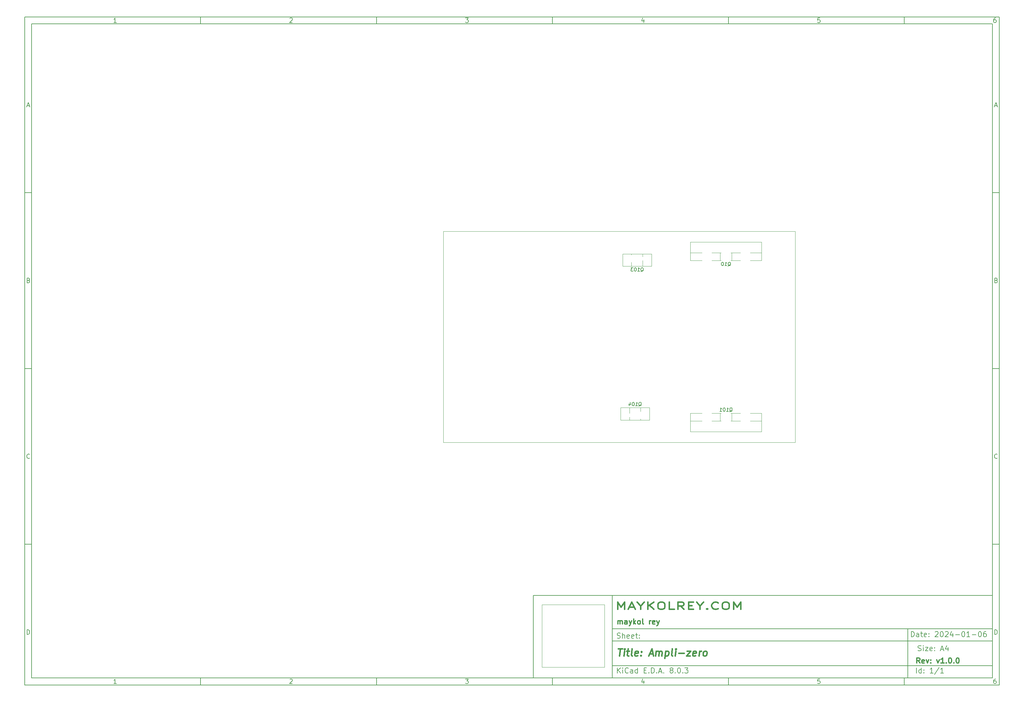
<source format=gbr>
%TF.GenerationSoftware,KiCad,Pcbnew,8.0.3-8.0.3-0~ubuntu22.04.1*%
%TF.CreationDate,2024-07-16T05:34:00-05:00*%
%TF.ProjectId,ampli-zero,616d706c-692d-47a6-9572-6f2e6b696361,v1.0.0*%
%TF.SameCoordinates,Original*%
%TF.FileFunction,Legend,Bot*%
%TF.FilePolarity,Positive*%
%FSLAX46Y46*%
G04 Gerber Fmt 4.6, Leading zero omitted, Abs format (unit mm)*
G04 Created by KiCad (PCBNEW 8.0.3-8.0.3-0~ubuntu22.04.1) date 2024-07-16 05:34:00*
%MOMM*%
%LPD*%
G01*
G04 APERTURE LIST*
%ADD10C,0.100000*%
%ADD11C,0.150000*%
%ADD12C,0.300000*%
%ADD13C,0.400000*%
%ADD14C,0.120000*%
%TA.AperFunction,Profile*%
%ADD15C,0.100000*%
%TD*%
G04 APERTURE END LIST*
D10*
X157012200Y-177117000D02*
X157012200Y-194897000D01*
X174792200Y-194897000D01*
X174792200Y-177117000D01*
X157012200Y-177117000D01*
D11*
X177013200Y-174505000D02*
X285002200Y-174505000D01*
X285002200Y-198007000D01*
X177013200Y-198007000D01*
X177013200Y-174505000D01*
D10*
D11*
X10000000Y-10000000D02*
X287002200Y-10000000D01*
X287002200Y-200007200D01*
X10000000Y-200007200D01*
X10000000Y-10000000D01*
D10*
D11*
X12000000Y-12000000D02*
X285002200Y-12000000D01*
X285002200Y-198007200D01*
X12000000Y-198007200D01*
X12000000Y-12000000D01*
D10*
D11*
X60000000Y-12000000D02*
X60000000Y-10000000D01*
D10*
D11*
X110000000Y-12000000D02*
X110000000Y-10000000D01*
D10*
D11*
X160000000Y-12000000D02*
X160000000Y-10000000D01*
D10*
D11*
X210000000Y-12000000D02*
X210000000Y-10000000D01*
D10*
D11*
X260000000Y-12000000D02*
X260000000Y-10000000D01*
D10*
D11*
X36089160Y-11593604D02*
X35346303Y-11593604D01*
X35717731Y-11593604D02*
X35717731Y-10293604D01*
X35717731Y-10293604D02*
X35593922Y-10479319D01*
X35593922Y-10479319D02*
X35470112Y-10603128D01*
X35470112Y-10603128D02*
X35346303Y-10665033D01*
D10*
D11*
X85346303Y-10417414D02*
X85408207Y-10355509D01*
X85408207Y-10355509D02*
X85532017Y-10293604D01*
X85532017Y-10293604D02*
X85841541Y-10293604D01*
X85841541Y-10293604D02*
X85965350Y-10355509D01*
X85965350Y-10355509D02*
X86027255Y-10417414D01*
X86027255Y-10417414D02*
X86089160Y-10541223D01*
X86089160Y-10541223D02*
X86089160Y-10665033D01*
X86089160Y-10665033D02*
X86027255Y-10850747D01*
X86027255Y-10850747D02*
X85284398Y-11593604D01*
X85284398Y-11593604D02*
X86089160Y-11593604D01*
D10*
D11*
X135284398Y-10293604D02*
X136089160Y-10293604D01*
X136089160Y-10293604D02*
X135655826Y-10788842D01*
X135655826Y-10788842D02*
X135841541Y-10788842D01*
X135841541Y-10788842D02*
X135965350Y-10850747D01*
X135965350Y-10850747D02*
X136027255Y-10912652D01*
X136027255Y-10912652D02*
X136089160Y-11036461D01*
X136089160Y-11036461D02*
X136089160Y-11345985D01*
X136089160Y-11345985D02*
X136027255Y-11469795D01*
X136027255Y-11469795D02*
X135965350Y-11531700D01*
X135965350Y-11531700D02*
X135841541Y-11593604D01*
X135841541Y-11593604D02*
X135470112Y-11593604D01*
X135470112Y-11593604D02*
X135346303Y-11531700D01*
X135346303Y-11531700D02*
X135284398Y-11469795D01*
D10*
D11*
X185965350Y-10726938D02*
X185965350Y-11593604D01*
X185655826Y-10231700D02*
X185346303Y-11160271D01*
X185346303Y-11160271D02*
X186151064Y-11160271D01*
D10*
D11*
X236027255Y-10293604D02*
X235408207Y-10293604D01*
X235408207Y-10293604D02*
X235346303Y-10912652D01*
X235346303Y-10912652D02*
X235408207Y-10850747D01*
X235408207Y-10850747D02*
X235532017Y-10788842D01*
X235532017Y-10788842D02*
X235841541Y-10788842D01*
X235841541Y-10788842D02*
X235965350Y-10850747D01*
X235965350Y-10850747D02*
X236027255Y-10912652D01*
X236027255Y-10912652D02*
X236089160Y-11036461D01*
X236089160Y-11036461D02*
X236089160Y-11345985D01*
X236089160Y-11345985D02*
X236027255Y-11469795D01*
X236027255Y-11469795D02*
X235965350Y-11531700D01*
X235965350Y-11531700D02*
X235841541Y-11593604D01*
X235841541Y-11593604D02*
X235532017Y-11593604D01*
X235532017Y-11593604D02*
X235408207Y-11531700D01*
X235408207Y-11531700D02*
X235346303Y-11469795D01*
D10*
D11*
X285965350Y-10293604D02*
X285717731Y-10293604D01*
X285717731Y-10293604D02*
X285593922Y-10355509D01*
X285593922Y-10355509D02*
X285532017Y-10417414D01*
X285532017Y-10417414D02*
X285408207Y-10603128D01*
X285408207Y-10603128D02*
X285346303Y-10850747D01*
X285346303Y-10850747D02*
X285346303Y-11345985D01*
X285346303Y-11345985D02*
X285408207Y-11469795D01*
X285408207Y-11469795D02*
X285470112Y-11531700D01*
X285470112Y-11531700D02*
X285593922Y-11593604D01*
X285593922Y-11593604D02*
X285841541Y-11593604D01*
X285841541Y-11593604D02*
X285965350Y-11531700D01*
X285965350Y-11531700D02*
X286027255Y-11469795D01*
X286027255Y-11469795D02*
X286089160Y-11345985D01*
X286089160Y-11345985D02*
X286089160Y-11036461D01*
X286089160Y-11036461D02*
X286027255Y-10912652D01*
X286027255Y-10912652D02*
X285965350Y-10850747D01*
X285965350Y-10850747D02*
X285841541Y-10788842D01*
X285841541Y-10788842D02*
X285593922Y-10788842D01*
X285593922Y-10788842D02*
X285470112Y-10850747D01*
X285470112Y-10850747D02*
X285408207Y-10912652D01*
X285408207Y-10912652D02*
X285346303Y-11036461D01*
D10*
D11*
X60000000Y-198007200D02*
X60000000Y-200007200D01*
D10*
D11*
X110000000Y-198007200D02*
X110000000Y-200007200D01*
D10*
D11*
X160000000Y-198007200D02*
X160000000Y-200007200D01*
D10*
D11*
X210000000Y-198007200D02*
X210000000Y-200007200D01*
D10*
D11*
X260000000Y-198007200D02*
X260000000Y-200007200D01*
D10*
D11*
X36089160Y-199600804D02*
X35346303Y-199600804D01*
X35717731Y-199600804D02*
X35717731Y-198300804D01*
X35717731Y-198300804D02*
X35593922Y-198486519D01*
X35593922Y-198486519D02*
X35470112Y-198610328D01*
X35470112Y-198610328D02*
X35346303Y-198672233D01*
D10*
D11*
X85346303Y-198424614D02*
X85408207Y-198362709D01*
X85408207Y-198362709D02*
X85532017Y-198300804D01*
X85532017Y-198300804D02*
X85841541Y-198300804D01*
X85841541Y-198300804D02*
X85965350Y-198362709D01*
X85965350Y-198362709D02*
X86027255Y-198424614D01*
X86027255Y-198424614D02*
X86089160Y-198548423D01*
X86089160Y-198548423D02*
X86089160Y-198672233D01*
X86089160Y-198672233D02*
X86027255Y-198857947D01*
X86027255Y-198857947D02*
X85284398Y-199600804D01*
X85284398Y-199600804D02*
X86089160Y-199600804D01*
D10*
D11*
X135284398Y-198300804D02*
X136089160Y-198300804D01*
X136089160Y-198300804D02*
X135655826Y-198796042D01*
X135655826Y-198796042D02*
X135841541Y-198796042D01*
X135841541Y-198796042D02*
X135965350Y-198857947D01*
X135965350Y-198857947D02*
X136027255Y-198919852D01*
X136027255Y-198919852D02*
X136089160Y-199043661D01*
X136089160Y-199043661D02*
X136089160Y-199353185D01*
X136089160Y-199353185D02*
X136027255Y-199476995D01*
X136027255Y-199476995D02*
X135965350Y-199538900D01*
X135965350Y-199538900D02*
X135841541Y-199600804D01*
X135841541Y-199600804D02*
X135470112Y-199600804D01*
X135470112Y-199600804D02*
X135346303Y-199538900D01*
X135346303Y-199538900D02*
X135284398Y-199476995D01*
D10*
D11*
X185965350Y-198734138D02*
X185965350Y-199600804D01*
X185655826Y-198238900D02*
X185346303Y-199167471D01*
X185346303Y-199167471D02*
X186151064Y-199167471D01*
D10*
D11*
X236027255Y-198300804D02*
X235408207Y-198300804D01*
X235408207Y-198300804D02*
X235346303Y-198919852D01*
X235346303Y-198919852D02*
X235408207Y-198857947D01*
X235408207Y-198857947D02*
X235532017Y-198796042D01*
X235532017Y-198796042D02*
X235841541Y-198796042D01*
X235841541Y-198796042D02*
X235965350Y-198857947D01*
X235965350Y-198857947D02*
X236027255Y-198919852D01*
X236027255Y-198919852D02*
X236089160Y-199043661D01*
X236089160Y-199043661D02*
X236089160Y-199353185D01*
X236089160Y-199353185D02*
X236027255Y-199476995D01*
X236027255Y-199476995D02*
X235965350Y-199538900D01*
X235965350Y-199538900D02*
X235841541Y-199600804D01*
X235841541Y-199600804D02*
X235532017Y-199600804D01*
X235532017Y-199600804D02*
X235408207Y-199538900D01*
X235408207Y-199538900D02*
X235346303Y-199476995D01*
D10*
D11*
X285965350Y-198300804D02*
X285717731Y-198300804D01*
X285717731Y-198300804D02*
X285593922Y-198362709D01*
X285593922Y-198362709D02*
X285532017Y-198424614D01*
X285532017Y-198424614D02*
X285408207Y-198610328D01*
X285408207Y-198610328D02*
X285346303Y-198857947D01*
X285346303Y-198857947D02*
X285346303Y-199353185D01*
X285346303Y-199353185D02*
X285408207Y-199476995D01*
X285408207Y-199476995D02*
X285470112Y-199538900D01*
X285470112Y-199538900D02*
X285593922Y-199600804D01*
X285593922Y-199600804D02*
X285841541Y-199600804D01*
X285841541Y-199600804D02*
X285965350Y-199538900D01*
X285965350Y-199538900D02*
X286027255Y-199476995D01*
X286027255Y-199476995D02*
X286089160Y-199353185D01*
X286089160Y-199353185D02*
X286089160Y-199043661D01*
X286089160Y-199043661D02*
X286027255Y-198919852D01*
X286027255Y-198919852D02*
X285965350Y-198857947D01*
X285965350Y-198857947D02*
X285841541Y-198796042D01*
X285841541Y-198796042D02*
X285593922Y-198796042D01*
X285593922Y-198796042D02*
X285470112Y-198857947D01*
X285470112Y-198857947D02*
X285408207Y-198919852D01*
X285408207Y-198919852D02*
X285346303Y-199043661D01*
D10*
D11*
X10000000Y-60000000D02*
X12000000Y-60000000D01*
D10*
D11*
X10000000Y-110000000D02*
X12000000Y-110000000D01*
D10*
D11*
X10000000Y-160000000D02*
X12000000Y-160000000D01*
D10*
D11*
X10690476Y-35222176D02*
X11309523Y-35222176D01*
X10566666Y-35593604D02*
X10999999Y-34293604D01*
X10999999Y-34293604D02*
X11433333Y-35593604D01*
D10*
D11*
X11092857Y-84912652D02*
X11278571Y-84974557D01*
X11278571Y-84974557D02*
X11340476Y-85036461D01*
X11340476Y-85036461D02*
X11402380Y-85160271D01*
X11402380Y-85160271D02*
X11402380Y-85345985D01*
X11402380Y-85345985D02*
X11340476Y-85469795D01*
X11340476Y-85469795D02*
X11278571Y-85531700D01*
X11278571Y-85531700D02*
X11154761Y-85593604D01*
X11154761Y-85593604D02*
X10659523Y-85593604D01*
X10659523Y-85593604D02*
X10659523Y-84293604D01*
X10659523Y-84293604D02*
X11092857Y-84293604D01*
X11092857Y-84293604D02*
X11216666Y-84355509D01*
X11216666Y-84355509D02*
X11278571Y-84417414D01*
X11278571Y-84417414D02*
X11340476Y-84541223D01*
X11340476Y-84541223D02*
X11340476Y-84665033D01*
X11340476Y-84665033D02*
X11278571Y-84788842D01*
X11278571Y-84788842D02*
X11216666Y-84850747D01*
X11216666Y-84850747D02*
X11092857Y-84912652D01*
X11092857Y-84912652D02*
X10659523Y-84912652D01*
D10*
D11*
X11402380Y-135469795D02*
X11340476Y-135531700D01*
X11340476Y-135531700D02*
X11154761Y-135593604D01*
X11154761Y-135593604D02*
X11030952Y-135593604D01*
X11030952Y-135593604D02*
X10845238Y-135531700D01*
X10845238Y-135531700D02*
X10721428Y-135407890D01*
X10721428Y-135407890D02*
X10659523Y-135284080D01*
X10659523Y-135284080D02*
X10597619Y-135036461D01*
X10597619Y-135036461D02*
X10597619Y-134850747D01*
X10597619Y-134850747D02*
X10659523Y-134603128D01*
X10659523Y-134603128D02*
X10721428Y-134479319D01*
X10721428Y-134479319D02*
X10845238Y-134355509D01*
X10845238Y-134355509D02*
X11030952Y-134293604D01*
X11030952Y-134293604D02*
X11154761Y-134293604D01*
X11154761Y-134293604D02*
X11340476Y-134355509D01*
X11340476Y-134355509D02*
X11402380Y-134417414D01*
D10*
D11*
X10659523Y-185593604D02*
X10659523Y-184293604D01*
X10659523Y-184293604D02*
X10969047Y-184293604D01*
X10969047Y-184293604D02*
X11154761Y-184355509D01*
X11154761Y-184355509D02*
X11278571Y-184479319D01*
X11278571Y-184479319D02*
X11340476Y-184603128D01*
X11340476Y-184603128D02*
X11402380Y-184850747D01*
X11402380Y-184850747D02*
X11402380Y-185036461D01*
X11402380Y-185036461D02*
X11340476Y-185284080D01*
X11340476Y-185284080D02*
X11278571Y-185407890D01*
X11278571Y-185407890D02*
X11154761Y-185531700D01*
X11154761Y-185531700D02*
X10969047Y-185593604D01*
X10969047Y-185593604D02*
X10659523Y-185593604D01*
D10*
D11*
X287002200Y-60000000D02*
X285002200Y-60000000D01*
D10*
D11*
X287002200Y-110000000D02*
X285002200Y-110000000D01*
D10*
D11*
X287002200Y-160000000D02*
X285002200Y-160000000D01*
D10*
D11*
X285692676Y-35222176D02*
X286311723Y-35222176D01*
X285568866Y-35593604D02*
X286002199Y-34293604D01*
X286002199Y-34293604D02*
X286435533Y-35593604D01*
D10*
D11*
X286095057Y-84912652D02*
X286280771Y-84974557D01*
X286280771Y-84974557D02*
X286342676Y-85036461D01*
X286342676Y-85036461D02*
X286404580Y-85160271D01*
X286404580Y-85160271D02*
X286404580Y-85345985D01*
X286404580Y-85345985D02*
X286342676Y-85469795D01*
X286342676Y-85469795D02*
X286280771Y-85531700D01*
X286280771Y-85531700D02*
X286156961Y-85593604D01*
X286156961Y-85593604D02*
X285661723Y-85593604D01*
X285661723Y-85593604D02*
X285661723Y-84293604D01*
X285661723Y-84293604D02*
X286095057Y-84293604D01*
X286095057Y-84293604D02*
X286218866Y-84355509D01*
X286218866Y-84355509D02*
X286280771Y-84417414D01*
X286280771Y-84417414D02*
X286342676Y-84541223D01*
X286342676Y-84541223D02*
X286342676Y-84665033D01*
X286342676Y-84665033D02*
X286280771Y-84788842D01*
X286280771Y-84788842D02*
X286218866Y-84850747D01*
X286218866Y-84850747D02*
X286095057Y-84912652D01*
X286095057Y-84912652D02*
X285661723Y-84912652D01*
D10*
D11*
X286404580Y-135469795D02*
X286342676Y-135531700D01*
X286342676Y-135531700D02*
X286156961Y-135593604D01*
X286156961Y-135593604D02*
X286033152Y-135593604D01*
X286033152Y-135593604D02*
X285847438Y-135531700D01*
X285847438Y-135531700D02*
X285723628Y-135407890D01*
X285723628Y-135407890D02*
X285661723Y-135284080D01*
X285661723Y-135284080D02*
X285599819Y-135036461D01*
X285599819Y-135036461D02*
X285599819Y-134850747D01*
X285599819Y-134850747D02*
X285661723Y-134603128D01*
X285661723Y-134603128D02*
X285723628Y-134479319D01*
X285723628Y-134479319D02*
X285847438Y-134355509D01*
X285847438Y-134355509D02*
X286033152Y-134293604D01*
X286033152Y-134293604D02*
X286156961Y-134293604D01*
X286156961Y-134293604D02*
X286342676Y-134355509D01*
X286342676Y-134355509D02*
X286404580Y-134417414D01*
D10*
D11*
X285661723Y-185593604D02*
X285661723Y-184293604D01*
X285661723Y-184293604D02*
X285971247Y-184293604D01*
X285971247Y-184293604D02*
X286156961Y-184355509D01*
X286156961Y-184355509D02*
X286280771Y-184479319D01*
X286280771Y-184479319D02*
X286342676Y-184603128D01*
X286342676Y-184603128D02*
X286404580Y-184850747D01*
X286404580Y-184850747D02*
X286404580Y-185036461D01*
X286404580Y-185036461D02*
X286342676Y-185284080D01*
X286342676Y-185284080D02*
X286280771Y-185407890D01*
X286280771Y-185407890D02*
X286156961Y-185531700D01*
X286156961Y-185531700D02*
X285971247Y-185593604D01*
X285971247Y-185593604D02*
X285661723Y-185593604D01*
D10*
D11*
X261958026Y-186293128D02*
X261958026Y-184793128D01*
X261958026Y-184793128D02*
X262315169Y-184793128D01*
X262315169Y-184793128D02*
X262529455Y-184864557D01*
X262529455Y-184864557D02*
X262672312Y-185007414D01*
X262672312Y-185007414D02*
X262743741Y-185150271D01*
X262743741Y-185150271D02*
X262815169Y-185435985D01*
X262815169Y-185435985D02*
X262815169Y-185650271D01*
X262815169Y-185650271D02*
X262743741Y-185935985D01*
X262743741Y-185935985D02*
X262672312Y-186078842D01*
X262672312Y-186078842D02*
X262529455Y-186221700D01*
X262529455Y-186221700D02*
X262315169Y-186293128D01*
X262315169Y-186293128D02*
X261958026Y-186293128D01*
X264100884Y-186293128D02*
X264100884Y-185507414D01*
X264100884Y-185507414D02*
X264029455Y-185364557D01*
X264029455Y-185364557D02*
X263886598Y-185293128D01*
X263886598Y-185293128D02*
X263600884Y-185293128D01*
X263600884Y-185293128D02*
X263458026Y-185364557D01*
X264100884Y-186221700D02*
X263958026Y-186293128D01*
X263958026Y-186293128D02*
X263600884Y-186293128D01*
X263600884Y-186293128D02*
X263458026Y-186221700D01*
X263458026Y-186221700D02*
X263386598Y-186078842D01*
X263386598Y-186078842D02*
X263386598Y-185935985D01*
X263386598Y-185935985D02*
X263458026Y-185793128D01*
X263458026Y-185793128D02*
X263600884Y-185721700D01*
X263600884Y-185721700D02*
X263958026Y-185721700D01*
X263958026Y-185721700D02*
X264100884Y-185650271D01*
X264600884Y-185293128D02*
X265172312Y-185293128D01*
X264815169Y-184793128D02*
X264815169Y-186078842D01*
X264815169Y-186078842D02*
X264886598Y-186221700D01*
X264886598Y-186221700D02*
X265029455Y-186293128D01*
X265029455Y-186293128D02*
X265172312Y-186293128D01*
X266243741Y-186221700D02*
X266100884Y-186293128D01*
X266100884Y-186293128D02*
X265815170Y-186293128D01*
X265815170Y-186293128D02*
X265672312Y-186221700D01*
X265672312Y-186221700D02*
X265600884Y-186078842D01*
X265600884Y-186078842D02*
X265600884Y-185507414D01*
X265600884Y-185507414D02*
X265672312Y-185364557D01*
X265672312Y-185364557D02*
X265815170Y-185293128D01*
X265815170Y-185293128D02*
X266100884Y-185293128D01*
X266100884Y-185293128D02*
X266243741Y-185364557D01*
X266243741Y-185364557D02*
X266315170Y-185507414D01*
X266315170Y-185507414D02*
X266315170Y-185650271D01*
X266315170Y-185650271D02*
X265600884Y-185793128D01*
X266958026Y-186150271D02*
X267029455Y-186221700D01*
X267029455Y-186221700D02*
X266958026Y-186293128D01*
X266958026Y-186293128D02*
X266886598Y-186221700D01*
X266886598Y-186221700D02*
X266958026Y-186150271D01*
X266958026Y-186150271D02*
X266958026Y-186293128D01*
X266958026Y-185364557D02*
X267029455Y-185435985D01*
X267029455Y-185435985D02*
X266958026Y-185507414D01*
X266958026Y-185507414D02*
X266886598Y-185435985D01*
X266886598Y-185435985D02*
X266958026Y-185364557D01*
X266958026Y-185364557D02*
X266958026Y-185507414D01*
X268743741Y-184935985D02*
X268815169Y-184864557D01*
X268815169Y-184864557D02*
X268958027Y-184793128D01*
X268958027Y-184793128D02*
X269315169Y-184793128D01*
X269315169Y-184793128D02*
X269458027Y-184864557D01*
X269458027Y-184864557D02*
X269529455Y-184935985D01*
X269529455Y-184935985D02*
X269600884Y-185078842D01*
X269600884Y-185078842D02*
X269600884Y-185221700D01*
X269600884Y-185221700D02*
X269529455Y-185435985D01*
X269529455Y-185435985D02*
X268672312Y-186293128D01*
X268672312Y-186293128D02*
X269600884Y-186293128D01*
X270529455Y-184793128D02*
X270672312Y-184793128D01*
X270672312Y-184793128D02*
X270815169Y-184864557D01*
X270815169Y-184864557D02*
X270886598Y-184935985D01*
X270886598Y-184935985D02*
X270958026Y-185078842D01*
X270958026Y-185078842D02*
X271029455Y-185364557D01*
X271029455Y-185364557D02*
X271029455Y-185721700D01*
X271029455Y-185721700D02*
X270958026Y-186007414D01*
X270958026Y-186007414D02*
X270886598Y-186150271D01*
X270886598Y-186150271D02*
X270815169Y-186221700D01*
X270815169Y-186221700D02*
X270672312Y-186293128D01*
X270672312Y-186293128D02*
X270529455Y-186293128D01*
X270529455Y-186293128D02*
X270386598Y-186221700D01*
X270386598Y-186221700D02*
X270315169Y-186150271D01*
X270315169Y-186150271D02*
X270243740Y-186007414D01*
X270243740Y-186007414D02*
X270172312Y-185721700D01*
X270172312Y-185721700D02*
X270172312Y-185364557D01*
X270172312Y-185364557D02*
X270243740Y-185078842D01*
X270243740Y-185078842D02*
X270315169Y-184935985D01*
X270315169Y-184935985D02*
X270386598Y-184864557D01*
X270386598Y-184864557D02*
X270529455Y-184793128D01*
X271600883Y-184935985D02*
X271672311Y-184864557D01*
X271672311Y-184864557D02*
X271815169Y-184793128D01*
X271815169Y-184793128D02*
X272172311Y-184793128D01*
X272172311Y-184793128D02*
X272315169Y-184864557D01*
X272315169Y-184864557D02*
X272386597Y-184935985D01*
X272386597Y-184935985D02*
X272458026Y-185078842D01*
X272458026Y-185078842D02*
X272458026Y-185221700D01*
X272458026Y-185221700D02*
X272386597Y-185435985D01*
X272386597Y-185435985D02*
X271529454Y-186293128D01*
X271529454Y-186293128D02*
X272458026Y-186293128D01*
X273743740Y-185293128D02*
X273743740Y-186293128D01*
X273386597Y-184721700D02*
X273029454Y-185793128D01*
X273029454Y-185793128D02*
X273958025Y-185793128D01*
X274529453Y-185721700D02*
X275672311Y-185721700D01*
X276672311Y-184793128D02*
X276815168Y-184793128D01*
X276815168Y-184793128D02*
X276958025Y-184864557D01*
X276958025Y-184864557D02*
X277029454Y-184935985D01*
X277029454Y-184935985D02*
X277100882Y-185078842D01*
X277100882Y-185078842D02*
X277172311Y-185364557D01*
X277172311Y-185364557D02*
X277172311Y-185721700D01*
X277172311Y-185721700D02*
X277100882Y-186007414D01*
X277100882Y-186007414D02*
X277029454Y-186150271D01*
X277029454Y-186150271D02*
X276958025Y-186221700D01*
X276958025Y-186221700D02*
X276815168Y-186293128D01*
X276815168Y-186293128D02*
X276672311Y-186293128D01*
X276672311Y-186293128D02*
X276529454Y-186221700D01*
X276529454Y-186221700D02*
X276458025Y-186150271D01*
X276458025Y-186150271D02*
X276386596Y-186007414D01*
X276386596Y-186007414D02*
X276315168Y-185721700D01*
X276315168Y-185721700D02*
X276315168Y-185364557D01*
X276315168Y-185364557D02*
X276386596Y-185078842D01*
X276386596Y-185078842D02*
X276458025Y-184935985D01*
X276458025Y-184935985D02*
X276529454Y-184864557D01*
X276529454Y-184864557D02*
X276672311Y-184793128D01*
X278600882Y-186293128D02*
X277743739Y-186293128D01*
X278172310Y-186293128D02*
X278172310Y-184793128D01*
X278172310Y-184793128D02*
X278029453Y-185007414D01*
X278029453Y-185007414D02*
X277886596Y-185150271D01*
X277886596Y-185150271D02*
X277743739Y-185221700D01*
X279243738Y-185721700D02*
X280386596Y-185721700D01*
X281386596Y-184793128D02*
X281529453Y-184793128D01*
X281529453Y-184793128D02*
X281672310Y-184864557D01*
X281672310Y-184864557D02*
X281743739Y-184935985D01*
X281743739Y-184935985D02*
X281815167Y-185078842D01*
X281815167Y-185078842D02*
X281886596Y-185364557D01*
X281886596Y-185364557D02*
X281886596Y-185721700D01*
X281886596Y-185721700D02*
X281815167Y-186007414D01*
X281815167Y-186007414D02*
X281743739Y-186150271D01*
X281743739Y-186150271D02*
X281672310Y-186221700D01*
X281672310Y-186221700D02*
X281529453Y-186293128D01*
X281529453Y-186293128D02*
X281386596Y-186293128D01*
X281386596Y-186293128D02*
X281243739Y-186221700D01*
X281243739Y-186221700D02*
X281172310Y-186150271D01*
X281172310Y-186150271D02*
X281100881Y-186007414D01*
X281100881Y-186007414D02*
X281029453Y-185721700D01*
X281029453Y-185721700D02*
X281029453Y-185364557D01*
X281029453Y-185364557D02*
X281100881Y-185078842D01*
X281100881Y-185078842D02*
X281172310Y-184935985D01*
X281172310Y-184935985D02*
X281243739Y-184864557D01*
X281243739Y-184864557D02*
X281386596Y-184793128D01*
X283172310Y-184793128D02*
X282886595Y-184793128D01*
X282886595Y-184793128D02*
X282743738Y-184864557D01*
X282743738Y-184864557D02*
X282672310Y-184935985D01*
X282672310Y-184935985D02*
X282529452Y-185150271D01*
X282529452Y-185150271D02*
X282458024Y-185435985D01*
X282458024Y-185435985D02*
X282458024Y-186007414D01*
X282458024Y-186007414D02*
X282529452Y-186150271D01*
X282529452Y-186150271D02*
X282600881Y-186221700D01*
X282600881Y-186221700D02*
X282743738Y-186293128D01*
X282743738Y-186293128D02*
X283029452Y-186293128D01*
X283029452Y-186293128D02*
X283172310Y-186221700D01*
X283172310Y-186221700D02*
X283243738Y-186150271D01*
X283243738Y-186150271D02*
X283315167Y-186007414D01*
X283315167Y-186007414D02*
X283315167Y-185650271D01*
X283315167Y-185650271D02*
X283243738Y-185507414D01*
X283243738Y-185507414D02*
X283172310Y-185435985D01*
X283172310Y-185435985D02*
X283029452Y-185364557D01*
X283029452Y-185364557D02*
X282743738Y-185364557D01*
X282743738Y-185364557D02*
X282600881Y-185435985D01*
X282600881Y-185435985D02*
X282529452Y-185507414D01*
X282529452Y-185507414D02*
X282458024Y-185650271D01*
D10*
D11*
X177002200Y-194507200D02*
X285002200Y-194507200D01*
D10*
D11*
X178458026Y-196593328D02*
X178458026Y-195093328D01*
X179315169Y-196593328D02*
X178672312Y-195736185D01*
X179315169Y-195093328D02*
X178458026Y-195950471D01*
X179958026Y-196593328D02*
X179958026Y-195593328D01*
X179958026Y-195093328D02*
X179886598Y-195164757D01*
X179886598Y-195164757D02*
X179958026Y-195236185D01*
X179958026Y-195236185D02*
X180029455Y-195164757D01*
X180029455Y-195164757D02*
X179958026Y-195093328D01*
X179958026Y-195093328D02*
X179958026Y-195236185D01*
X181529455Y-196450471D02*
X181458027Y-196521900D01*
X181458027Y-196521900D02*
X181243741Y-196593328D01*
X181243741Y-196593328D02*
X181100884Y-196593328D01*
X181100884Y-196593328D02*
X180886598Y-196521900D01*
X180886598Y-196521900D02*
X180743741Y-196379042D01*
X180743741Y-196379042D02*
X180672312Y-196236185D01*
X180672312Y-196236185D02*
X180600884Y-195950471D01*
X180600884Y-195950471D02*
X180600884Y-195736185D01*
X180600884Y-195736185D02*
X180672312Y-195450471D01*
X180672312Y-195450471D02*
X180743741Y-195307614D01*
X180743741Y-195307614D02*
X180886598Y-195164757D01*
X180886598Y-195164757D02*
X181100884Y-195093328D01*
X181100884Y-195093328D02*
X181243741Y-195093328D01*
X181243741Y-195093328D02*
X181458027Y-195164757D01*
X181458027Y-195164757D02*
X181529455Y-195236185D01*
X182815170Y-196593328D02*
X182815170Y-195807614D01*
X182815170Y-195807614D02*
X182743741Y-195664757D01*
X182743741Y-195664757D02*
X182600884Y-195593328D01*
X182600884Y-195593328D02*
X182315170Y-195593328D01*
X182315170Y-195593328D02*
X182172312Y-195664757D01*
X182815170Y-196521900D02*
X182672312Y-196593328D01*
X182672312Y-196593328D02*
X182315170Y-196593328D01*
X182315170Y-196593328D02*
X182172312Y-196521900D01*
X182172312Y-196521900D02*
X182100884Y-196379042D01*
X182100884Y-196379042D02*
X182100884Y-196236185D01*
X182100884Y-196236185D02*
X182172312Y-196093328D01*
X182172312Y-196093328D02*
X182315170Y-196021900D01*
X182315170Y-196021900D02*
X182672312Y-196021900D01*
X182672312Y-196021900D02*
X182815170Y-195950471D01*
X184172313Y-196593328D02*
X184172313Y-195093328D01*
X184172313Y-196521900D02*
X184029455Y-196593328D01*
X184029455Y-196593328D02*
X183743741Y-196593328D01*
X183743741Y-196593328D02*
X183600884Y-196521900D01*
X183600884Y-196521900D02*
X183529455Y-196450471D01*
X183529455Y-196450471D02*
X183458027Y-196307614D01*
X183458027Y-196307614D02*
X183458027Y-195879042D01*
X183458027Y-195879042D02*
X183529455Y-195736185D01*
X183529455Y-195736185D02*
X183600884Y-195664757D01*
X183600884Y-195664757D02*
X183743741Y-195593328D01*
X183743741Y-195593328D02*
X184029455Y-195593328D01*
X184029455Y-195593328D02*
X184172313Y-195664757D01*
X186029455Y-195807614D02*
X186529455Y-195807614D01*
X186743741Y-196593328D02*
X186029455Y-196593328D01*
X186029455Y-196593328D02*
X186029455Y-195093328D01*
X186029455Y-195093328D02*
X186743741Y-195093328D01*
X187386598Y-196450471D02*
X187458027Y-196521900D01*
X187458027Y-196521900D02*
X187386598Y-196593328D01*
X187386598Y-196593328D02*
X187315170Y-196521900D01*
X187315170Y-196521900D02*
X187386598Y-196450471D01*
X187386598Y-196450471D02*
X187386598Y-196593328D01*
X188100884Y-196593328D02*
X188100884Y-195093328D01*
X188100884Y-195093328D02*
X188458027Y-195093328D01*
X188458027Y-195093328D02*
X188672313Y-195164757D01*
X188672313Y-195164757D02*
X188815170Y-195307614D01*
X188815170Y-195307614D02*
X188886599Y-195450471D01*
X188886599Y-195450471D02*
X188958027Y-195736185D01*
X188958027Y-195736185D02*
X188958027Y-195950471D01*
X188958027Y-195950471D02*
X188886599Y-196236185D01*
X188886599Y-196236185D02*
X188815170Y-196379042D01*
X188815170Y-196379042D02*
X188672313Y-196521900D01*
X188672313Y-196521900D02*
X188458027Y-196593328D01*
X188458027Y-196593328D02*
X188100884Y-196593328D01*
X189600884Y-196450471D02*
X189672313Y-196521900D01*
X189672313Y-196521900D02*
X189600884Y-196593328D01*
X189600884Y-196593328D02*
X189529456Y-196521900D01*
X189529456Y-196521900D02*
X189600884Y-196450471D01*
X189600884Y-196450471D02*
X189600884Y-196593328D01*
X190243742Y-196164757D02*
X190958028Y-196164757D01*
X190100885Y-196593328D02*
X190600885Y-195093328D01*
X190600885Y-195093328D02*
X191100885Y-196593328D01*
X191600884Y-196450471D02*
X191672313Y-196521900D01*
X191672313Y-196521900D02*
X191600884Y-196593328D01*
X191600884Y-196593328D02*
X191529456Y-196521900D01*
X191529456Y-196521900D02*
X191600884Y-196450471D01*
X191600884Y-196450471D02*
X191600884Y-196593328D01*
X193672313Y-195736185D02*
X193529456Y-195664757D01*
X193529456Y-195664757D02*
X193458027Y-195593328D01*
X193458027Y-195593328D02*
X193386599Y-195450471D01*
X193386599Y-195450471D02*
X193386599Y-195379042D01*
X193386599Y-195379042D02*
X193458027Y-195236185D01*
X193458027Y-195236185D02*
X193529456Y-195164757D01*
X193529456Y-195164757D02*
X193672313Y-195093328D01*
X193672313Y-195093328D02*
X193958027Y-195093328D01*
X193958027Y-195093328D02*
X194100885Y-195164757D01*
X194100885Y-195164757D02*
X194172313Y-195236185D01*
X194172313Y-195236185D02*
X194243742Y-195379042D01*
X194243742Y-195379042D02*
X194243742Y-195450471D01*
X194243742Y-195450471D02*
X194172313Y-195593328D01*
X194172313Y-195593328D02*
X194100885Y-195664757D01*
X194100885Y-195664757D02*
X193958027Y-195736185D01*
X193958027Y-195736185D02*
X193672313Y-195736185D01*
X193672313Y-195736185D02*
X193529456Y-195807614D01*
X193529456Y-195807614D02*
X193458027Y-195879042D01*
X193458027Y-195879042D02*
X193386599Y-196021900D01*
X193386599Y-196021900D02*
X193386599Y-196307614D01*
X193386599Y-196307614D02*
X193458027Y-196450471D01*
X193458027Y-196450471D02*
X193529456Y-196521900D01*
X193529456Y-196521900D02*
X193672313Y-196593328D01*
X193672313Y-196593328D02*
X193958027Y-196593328D01*
X193958027Y-196593328D02*
X194100885Y-196521900D01*
X194100885Y-196521900D02*
X194172313Y-196450471D01*
X194172313Y-196450471D02*
X194243742Y-196307614D01*
X194243742Y-196307614D02*
X194243742Y-196021900D01*
X194243742Y-196021900D02*
X194172313Y-195879042D01*
X194172313Y-195879042D02*
X194100885Y-195807614D01*
X194100885Y-195807614D02*
X193958027Y-195736185D01*
X194886598Y-196450471D02*
X194958027Y-196521900D01*
X194958027Y-196521900D02*
X194886598Y-196593328D01*
X194886598Y-196593328D02*
X194815170Y-196521900D01*
X194815170Y-196521900D02*
X194886598Y-196450471D01*
X194886598Y-196450471D02*
X194886598Y-196593328D01*
X195886599Y-195093328D02*
X196029456Y-195093328D01*
X196029456Y-195093328D02*
X196172313Y-195164757D01*
X196172313Y-195164757D02*
X196243742Y-195236185D01*
X196243742Y-195236185D02*
X196315170Y-195379042D01*
X196315170Y-195379042D02*
X196386599Y-195664757D01*
X196386599Y-195664757D02*
X196386599Y-196021900D01*
X196386599Y-196021900D02*
X196315170Y-196307614D01*
X196315170Y-196307614D02*
X196243742Y-196450471D01*
X196243742Y-196450471D02*
X196172313Y-196521900D01*
X196172313Y-196521900D02*
X196029456Y-196593328D01*
X196029456Y-196593328D02*
X195886599Y-196593328D01*
X195886599Y-196593328D02*
X195743742Y-196521900D01*
X195743742Y-196521900D02*
X195672313Y-196450471D01*
X195672313Y-196450471D02*
X195600884Y-196307614D01*
X195600884Y-196307614D02*
X195529456Y-196021900D01*
X195529456Y-196021900D02*
X195529456Y-195664757D01*
X195529456Y-195664757D02*
X195600884Y-195379042D01*
X195600884Y-195379042D02*
X195672313Y-195236185D01*
X195672313Y-195236185D02*
X195743742Y-195164757D01*
X195743742Y-195164757D02*
X195886599Y-195093328D01*
X197029455Y-196450471D02*
X197100884Y-196521900D01*
X197100884Y-196521900D02*
X197029455Y-196593328D01*
X197029455Y-196593328D02*
X196958027Y-196521900D01*
X196958027Y-196521900D02*
X197029455Y-196450471D01*
X197029455Y-196450471D02*
X197029455Y-196593328D01*
X197600884Y-195093328D02*
X198529456Y-195093328D01*
X198529456Y-195093328D02*
X198029456Y-195664757D01*
X198029456Y-195664757D02*
X198243741Y-195664757D01*
X198243741Y-195664757D02*
X198386599Y-195736185D01*
X198386599Y-195736185D02*
X198458027Y-195807614D01*
X198458027Y-195807614D02*
X198529456Y-195950471D01*
X198529456Y-195950471D02*
X198529456Y-196307614D01*
X198529456Y-196307614D02*
X198458027Y-196450471D01*
X198458027Y-196450471D02*
X198386599Y-196521900D01*
X198386599Y-196521900D02*
X198243741Y-196593328D01*
X198243741Y-196593328D02*
X197815170Y-196593328D01*
X197815170Y-196593328D02*
X197672313Y-196521900D01*
X197672313Y-196521900D02*
X197600884Y-196450471D01*
D10*
D12*
X264413853Y-193785528D02*
X263913853Y-193071242D01*
X263556710Y-193785528D02*
X263556710Y-192285528D01*
X263556710Y-192285528D02*
X264128139Y-192285528D01*
X264128139Y-192285528D02*
X264270996Y-192356957D01*
X264270996Y-192356957D02*
X264342425Y-192428385D01*
X264342425Y-192428385D02*
X264413853Y-192571242D01*
X264413853Y-192571242D02*
X264413853Y-192785528D01*
X264413853Y-192785528D02*
X264342425Y-192928385D01*
X264342425Y-192928385D02*
X264270996Y-192999814D01*
X264270996Y-192999814D02*
X264128139Y-193071242D01*
X264128139Y-193071242D02*
X263556710Y-193071242D01*
X265628139Y-193714100D02*
X265485282Y-193785528D01*
X265485282Y-193785528D02*
X265199568Y-193785528D01*
X265199568Y-193785528D02*
X265056710Y-193714100D01*
X265056710Y-193714100D02*
X264985282Y-193571242D01*
X264985282Y-193571242D02*
X264985282Y-192999814D01*
X264985282Y-192999814D02*
X265056710Y-192856957D01*
X265056710Y-192856957D02*
X265199568Y-192785528D01*
X265199568Y-192785528D02*
X265485282Y-192785528D01*
X265485282Y-192785528D02*
X265628139Y-192856957D01*
X265628139Y-192856957D02*
X265699568Y-192999814D01*
X265699568Y-192999814D02*
X265699568Y-193142671D01*
X265699568Y-193142671D02*
X264985282Y-193285528D01*
X266199567Y-192785528D02*
X266556710Y-193785528D01*
X266556710Y-193785528D02*
X266913853Y-192785528D01*
X267485281Y-193642671D02*
X267556710Y-193714100D01*
X267556710Y-193714100D02*
X267485281Y-193785528D01*
X267485281Y-193785528D02*
X267413853Y-193714100D01*
X267413853Y-193714100D02*
X267485281Y-193642671D01*
X267485281Y-193642671D02*
X267485281Y-193785528D01*
X267485281Y-192856957D02*
X267556710Y-192928385D01*
X267556710Y-192928385D02*
X267485281Y-192999814D01*
X267485281Y-192999814D02*
X267413853Y-192928385D01*
X267413853Y-192928385D02*
X267485281Y-192856957D01*
X267485281Y-192856957D02*
X267485281Y-192999814D01*
X269199567Y-192785528D02*
X269556710Y-193785528D01*
X269556710Y-193785528D02*
X269913853Y-192785528D01*
X271270996Y-193785528D02*
X270413853Y-193785528D01*
X270842424Y-193785528D02*
X270842424Y-192285528D01*
X270842424Y-192285528D02*
X270699567Y-192499814D01*
X270699567Y-192499814D02*
X270556710Y-192642671D01*
X270556710Y-192642671D02*
X270413853Y-192714100D01*
X271913852Y-193642671D02*
X271985281Y-193714100D01*
X271985281Y-193714100D02*
X271913852Y-193785528D01*
X271913852Y-193785528D02*
X271842424Y-193714100D01*
X271842424Y-193714100D02*
X271913852Y-193642671D01*
X271913852Y-193642671D02*
X271913852Y-193785528D01*
X272913853Y-192285528D02*
X273056710Y-192285528D01*
X273056710Y-192285528D02*
X273199567Y-192356957D01*
X273199567Y-192356957D02*
X273270996Y-192428385D01*
X273270996Y-192428385D02*
X273342424Y-192571242D01*
X273342424Y-192571242D02*
X273413853Y-192856957D01*
X273413853Y-192856957D02*
X273413853Y-193214100D01*
X273413853Y-193214100D02*
X273342424Y-193499814D01*
X273342424Y-193499814D02*
X273270996Y-193642671D01*
X273270996Y-193642671D02*
X273199567Y-193714100D01*
X273199567Y-193714100D02*
X273056710Y-193785528D01*
X273056710Y-193785528D02*
X272913853Y-193785528D01*
X272913853Y-193785528D02*
X272770996Y-193714100D01*
X272770996Y-193714100D02*
X272699567Y-193642671D01*
X272699567Y-193642671D02*
X272628138Y-193499814D01*
X272628138Y-193499814D02*
X272556710Y-193214100D01*
X272556710Y-193214100D02*
X272556710Y-192856957D01*
X272556710Y-192856957D02*
X272628138Y-192571242D01*
X272628138Y-192571242D02*
X272699567Y-192428385D01*
X272699567Y-192428385D02*
X272770996Y-192356957D01*
X272770996Y-192356957D02*
X272913853Y-192285528D01*
X274056709Y-193642671D02*
X274128138Y-193714100D01*
X274128138Y-193714100D02*
X274056709Y-193785528D01*
X274056709Y-193785528D02*
X273985281Y-193714100D01*
X273985281Y-193714100D02*
X274056709Y-193642671D01*
X274056709Y-193642671D02*
X274056709Y-193785528D01*
X275056710Y-192285528D02*
X275199567Y-192285528D01*
X275199567Y-192285528D02*
X275342424Y-192356957D01*
X275342424Y-192356957D02*
X275413853Y-192428385D01*
X275413853Y-192428385D02*
X275485281Y-192571242D01*
X275485281Y-192571242D02*
X275556710Y-192856957D01*
X275556710Y-192856957D02*
X275556710Y-193214100D01*
X275556710Y-193214100D02*
X275485281Y-193499814D01*
X275485281Y-193499814D02*
X275413853Y-193642671D01*
X275413853Y-193642671D02*
X275342424Y-193714100D01*
X275342424Y-193714100D02*
X275199567Y-193785528D01*
X275199567Y-193785528D02*
X275056710Y-193785528D01*
X275056710Y-193785528D02*
X274913853Y-193714100D01*
X274913853Y-193714100D02*
X274842424Y-193642671D01*
X274842424Y-193642671D02*
X274770995Y-193499814D01*
X274770995Y-193499814D02*
X274699567Y-193214100D01*
X274699567Y-193214100D02*
X274699567Y-192856957D01*
X274699567Y-192856957D02*
X274770995Y-192571242D01*
X274770995Y-192571242D02*
X274842424Y-192428385D01*
X274842424Y-192428385D02*
X274913853Y-192356957D01*
X274913853Y-192356957D02*
X275056710Y-192285528D01*
D10*
D11*
X263886598Y-190221700D02*
X264100884Y-190293128D01*
X264100884Y-190293128D02*
X264458026Y-190293128D01*
X264458026Y-190293128D02*
X264600884Y-190221700D01*
X264600884Y-190221700D02*
X264672312Y-190150271D01*
X264672312Y-190150271D02*
X264743741Y-190007414D01*
X264743741Y-190007414D02*
X264743741Y-189864557D01*
X264743741Y-189864557D02*
X264672312Y-189721700D01*
X264672312Y-189721700D02*
X264600884Y-189650271D01*
X264600884Y-189650271D02*
X264458026Y-189578842D01*
X264458026Y-189578842D02*
X264172312Y-189507414D01*
X264172312Y-189507414D02*
X264029455Y-189435985D01*
X264029455Y-189435985D02*
X263958026Y-189364557D01*
X263958026Y-189364557D02*
X263886598Y-189221700D01*
X263886598Y-189221700D02*
X263886598Y-189078842D01*
X263886598Y-189078842D02*
X263958026Y-188935985D01*
X263958026Y-188935985D02*
X264029455Y-188864557D01*
X264029455Y-188864557D02*
X264172312Y-188793128D01*
X264172312Y-188793128D02*
X264529455Y-188793128D01*
X264529455Y-188793128D02*
X264743741Y-188864557D01*
X265386597Y-190293128D02*
X265386597Y-189293128D01*
X265386597Y-188793128D02*
X265315169Y-188864557D01*
X265315169Y-188864557D02*
X265386597Y-188935985D01*
X265386597Y-188935985D02*
X265458026Y-188864557D01*
X265458026Y-188864557D02*
X265386597Y-188793128D01*
X265386597Y-188793128D02*
X265386597Y-188935985D01*
X265958026Y-189293128D02*
X266743741Y-189293128D01*
X266743741Y-189293128D02*
X265958026Y-190293128D01*
X265958026Y-190293128D02*
X266743741Y-190293128D01*
X267886598Y-190221700D02*
X267743741Y-190293128D01*
X267743741Y-190293128D02*
X267458027Y-190293128D01*
X267458027Y-190293128D02*
X267315169Y-190221700D01*
X267315169Y-190221700D02*
X267243741Y-190078842D01*
X267243741Y-190078842D02*
X267243741Y-189507414D01*
X267243741Y-189507414D02*
X267315169Y-189364557D01*
X267315169Y-189364557D02*
X267458027Y-189293128D01*
X267458027Y-189293128D02*
X267743741Y-189293128D01*
X267743741Y-189293128D02*
X267886598Y-189364557D01*
X267886598Y-189364557D02*
X267958027Y-189507414D01*
X267958027Y-189507414D02*
X267958027Y-189650271D01*
X267958027Y-189650271D02*
X267243741Y-189793128D01*
X268600883Y-190150271D02*
X268672312Y-190221700D01*
X268672312Y-190221700D02*
X268600883Y-190293128D01*
X268600883Y-190293128D02*
X268529455Y-190221700D01*
X268529455Y-190221700D02*
X268600883Y-190150271D01*
X268600883Y-190150271D02*
X268600883Y-190293128D01*
X268600883Y-189364557D02*
X268672312Y-189435985D01*
X268672312Y-189435985D02*
X268600883Y-189507414D01*
X268600883Y-189507414D02*
X268529455Y-189435985D01*
X268529455Y-189435985D02*
X268600883Y-189364557D01*
X268600883Y-189364557D02*
X268600883Y-189507414D01*
X270386598Y-189864557D02*
X271100884Y-189864557D01*
X270243741Y-190293128D02*
X270743741Y-188793128D01*
X270743741Y-188793128D02*
X271243741Y-190293128D01*
X272386598Y-189293128D02*
X272386598Y-190293128D01*
X272029455Y-188721700D02*
X271672312Y-189793128D01*
X271672312Y-189793128D02*
X272600883Y-189793128D01*
D10*
D11*
X263458026Y-196593328D02*
X263458026Y-195093328D01*
X264815170Y-196593328D02*
X264815170Y-195093328D01*
X264815170Y-196521900D02*
X264672312Y-196593328D01*
X264672312Y-196593328D02*
X264386598Y-196593328D01*
X264386598Y-196593328D02*
X264243741Y-196521900D01*
X264243741Y-196521900D02*
X264172312Y-196450471D01*
X264172312Y-196450471D02*
X264100884Y-196307614D01*
X264100884Y-196307614D02*
X264100884Y-195879042D01*
X264100884Y-195879042D02*
X264172312Y-195736185D01*
X264172312Y-195736185D02*
X264243741Y-195664757D01*
X264243741Y-195664757D02*
X264386598Y-195593328D01*
X264386598Y-195593328D02*
X264672312Y-195593328D01*
X264672312Y-195593328D02*
X264815170Y-195664757D01*
X265529455Y-196450471D02*
X265600884Y-196521900D01*
X265600884Y-196521900D02*
X265529455Y-196593328D01*
X265529455Y-196593328D02*
X265458027Y-196521900D01*
X265458027Y-196521900D02*
X265529455Y-196450471D01*
X265529455Y-196450471D02*
X265529455Y-196593328D01*
X265529455Y-195664757D02*
X265600884Y-195736185D01*
X265600884Y-195736185D02*
X265529455Y-195807614D01*
X265529455Y-195807614D02*
X265458027Y-195736185D01*
X265458027Y-195736185D02*
X265529455Y-195664757D01*
X265529455Y-195664757D02*
X265529455Y-195807614D01*
X268172313Y-196593328D02*
X267315170Y-196593328D01*
X267743741Y-196593328D02*
X267743741Y-195093328D01*
X267743741Y-195093328D02*
X267600884Y-195307614D01*
X267600884Y-195307614D02*
X267458027Y-195450471D01*
X267458027Y-195450471D02*
X267315170Y-195521900D01*
X269886598Y-195021900D02*
X268600884Y-196950471D01*
X271172313Y-196593328D02*
X270315170Y-196593328D01*
X270743741Y-196593328D02*
X270743741Y-195093328D01*
X270743741Y-195093328D02*
X270600884Y-195307614D01*
X270600884Y-195307614D02*
X270458027Y-195450471D01*
X270458027Y-195450471D02*
X270315170Y-195521900D01*
D10*
D11*
X177002200Y-187507200D02*
X285002200Y-187507200D01*
D10*
D13*
X178693928Y-189711438D02*
X179836785Y-189711438D01*
X179015357Y-191711438D02*
X179265357Y-189711438D01*
X180253452Y-191711438D02*
X180420119Y-190378104D01*
X180503452Y-189711438D02*
X180396309Y-189806676D01*
X180396309Y-189806676D02*
X180479643Y-189901914D01*
X180479643Y-189901914D02*
X180586786Y-189806676D01*
X180586786Y-189806676D02*
X180503452Y-189711438D01*
X180503452Y-189711438D02*
X180479643Y-189901914D01*
X181086786Y-190378104D02*
X181848690Y-190378104D01*
X181455833Y-189711438D02*
X181241548Y-191425723D01*
X181241548Y-191425723D02*
X181312976Y-191616200D01*
X181312976Y-191616200D02*
X181491548Y-191711438D01*
X181491548Y-191711438D02*
X181682024Y-191711438D01*
X182634405Y-191711438D02*
X182455833Y-191616200D01*
X182455833Y-191616200D02*
X182384405Y-191425723D01*
X182384405Y-191425723D02*
X182598690Y-189711438D01*
X184170119Y-191616200D02*
X183967738Y-191711438D01*
X183967738Y-191711438D02*
X183586785Y-191711438D01*
X183586785Y-191711438D02*
X183408214Y-191616200D01*
X183408214Y-191616200D02*
X183336785Y-191425723D01*
X183336785Y-191425723D02*
X183432024Y-190663819D01*
X183432024Y-190663819D02*
X183551071Y-190473342D01*
X183551071Y-190473342D02*
X183753452Y-190378104D01*
X183753452Y-190378104D02*
X184134404Y-190378104D01*
X184134404Y-190378104D02*
X184312976Y-190473342D01*
X184312976Y-190473342D02*
X184384404Y-190663819D01*
X184384404Y-190663819D02*
X184360595Y-190854295D01*
X184360595Y-190854295D02*
X183384404Y-191044771D01*
X185134405Y-191520961D02*
X185217738Y-191616200D01*
X185217738Y-191616200D02*
X185110595Y-191711438D01*
X185110595Y-191711438D02*
X185027262Y-191616200D01*
X185027262Y-191616200D02*
X185134405Y-191520961D01*
X185134405Y-191520961D02*
X185110595Y-191711438D01*
X185265357Y-190473342D02*
X185348690Y-190568580D01*
X185348690Y-190568580D02*
X185241548Y-190663819D01*
X185241548Y-190663819D02*
X185158214Y-190568580D01*
X185158214Y-190568580D02*
X185265357Y-190473342D01*
X185265357Y-190473342D02*
X185241548Y-190663819D01*
X187562977Y-191140009D02*
X188515358Y-191140009D01*
X187301072Y-191711438D02*
X188217739Y-189711438D01*
X188217739Y-189711438D02*
X188634405Y-191711438D01*
X189301072Y-191711438D02*
X189467739Y-190378104D01*
X189443929Y-190568580D02*
X189551072Y-190473342D01*
X189551072Y-190473342D02*
X189753453Y-190378104D01*
X189753453Y-190378104D02*
X190039167Y-190378104D01*
X190039167Y-190378104D02*
X190217739Y-190473342D01*
X190217739Y-190473342D02*
X190289167Y-190663819D01*
X190289167Y-190663819D02*
X190158215Y-191711438D01*
X190289167Y-190663819D02*
X190408215Y-190473342D01*
X190408215Y-190473342D02*
X190610596Y-190378104D01*
X190610596Y-190378104D02*
X190896310Y-190378104D01*
X190896310Y-190378104D02*
X191074882Y-190473342D01*
X191074882Y-190473342D02*
X191146310Y-190663819D01*
X191146310Y-190663819D02*
X191015358Y-191711438D01*
X192134406Y-190378104D02*
X191884406Y-192378104D01*
X192122501Y-190473342D02*
X192324882Y-190378104D01*
X192324882Y-190378104D02*
X192705834Y-190378104D01*
X192705834Y-190378104D02*
X192884406Y-190473342D01*
X192884406Y-190473342D02*
X192967739Y-190568580D01*
X192967739Y-190568580D02*
X193039168Y-190759057D01*
X193039168Y-190759057D02*
X192967739Y-191330485D01*
X192967739Y-191330485D02*
X192848692Y-191520961D01*
X192848692Y-191520961D02*
X192741549Y-191616200D01*
X192741549Y-191616200D02*
X192539168Y-191711438D01*
X192539168Y-191711438D02*
X192158215Y-191711438D01*
X192158215Y-191711438D02*
X191979644Y-191616200D01*
X194062978Y-191711438D02*
X193884406Y-191616200D01*
X193884406Y-191616200D02*
X193812978Y-191425723D01*
X193812978Y-191425723D02*
X194027263Y-189711438D01*
X194824882Y-191711438D02*
X194991549Y-190378104D01*
X195074882Y-189711438D02*
X194967739Y-189806676D01*
X194967739Y-189806676D02*
X195051073Y-189901914D01*
X195051073Y-189901914D02*
X195158216Y-189806676D01*
X195158216Y-189806676D02*
X195074882Y-189711438D01*
X195074882Y-189711438D02*
X195051073Y-189901914D01*
X195872501Y-190949533D02*
X197396311Y-190949533D01*
X198229644Y-190378104D02*
X199277263Y-190378104D01*
X199277263Y-190378104D02*
X198062977Y-191711438D01*
X198062977Y-191711438D02*
X199110596Y-191711438D01*
X200646311Y-191616200D02*
X200443930Y-191711438D01*
X200443930Y-191711438D02*
X200062977Y-191711438D01*
X200062977Y-191711438D02*
X199884406Y-191616200D01*
X199884406Y-191616200D02*
X199812977Y-191425723D01*
X199812977Y-191425723D02*
X199908216Y-190663819D01*
X199908216Y-190663819D02*
X200027263Y-190473342D01*
X200027263Y-190473342D02*
X200229644Y-190378104D01*
X200229644Y-190378104D02*
X200610596Y-190378104D01*
X200610596Y-190378104D02*
X200789168Y-190473342D01*
X200789168Y-190473342D02*
X200860596Y-190663819D01*
X200860596Y-190663819D02*
X200836787Y-190854295D01*
X200836787Y-190854295D02*
X199860596Y-191044771D01*
X201586787Y-191711438D02*
X201753454Y-190378104D01*
X201705835Y-190759057D02*
X201824882Y-190568580D01*
X201824882Y-190568580D02*
X201932025Y-190473342D01*
X201932025Y-190473342D02*
X202134406Y-190378104D01*
X202134406Y-190378104D02*
X202324882Y-190378104D01*
X203110597Y-191711438D02*
X202932025Y-191616200D01*
X202932025Y-191616200D02*
X202848692Y-191520961D01*
X202848692Y-191520961D02*
X202777263Y-191330485D01*
X202777263Y-191330485D02*
X202848692Y-190759057D01*
X202848692Y-190759057D02*
X202967739Y-190568580D01*
X202967739Y-190568580D02*
X203074882Y-190473342D01*
X203074882Y-190473342D02*
X203277263Y-190378104D01*
X203277263Y-190378104D02*
X203562977Y-190378104D01*
X203562977Y-190378104D02*
X203741549Y-190473342D01*
X203741549Y-190473342D02*
X203824882Y-190568580D01*
X203824882Y-190568580D02*
X203896311Y-190759057D01*
X203896311Y-190759057D02*
X203824882Y-191330485D01*
X203824882Y-191330485D02*
X203705835Y-191520961D01*
X203705835Y-191520961D02*
X203598692Y-191616200D01*
X203598692Y-191616200D02*
X203396311Y-191711438D01*
X203396311Y-191711438D02*
X203110597Y-191711438D01*
D10*
D11*
X177002200Y-184007000D02*
X285002200Y-184007000D01*
D10*
D11*
X178386598Y-186621700D02*
X178600884Y-186693128D01*
X178600884Y-186693128D02*
X178958026Y-186693128D01*
X178958026Y-186693128D02*
X179100884Y-186621700D01*
X179100884Y-186621700D02*
X179172312Y-186550271D01*
X179172312Y-186550271D02*
X179243741Y-186407414D01*
X179243741Y-186407414D02*
X179243741Y-186264557D01*
X179243741Y-186264557D02*
X179172312Y-186121700D01*
X179172312Y-186121700D02*
X179100884Y-186050271D01*
X179100884Y-186050271D02*
X178958026Y-185978842D01*
X178958026Y-185978842D02*
X178672312Y-185907414D01*
X178672312Y-185907414D02*
X178529455Y-185835985D01*
X178529455Y-185835985D02*
X178458026Y-185764557D01*
X178458026Y-185764557D02*
X178386598Y-185621700D01*
X178386598Y-185621700D02*
X178386598Y-185478842D01*
X178386598Y-185478842D02*
X178458026Y-185335985D01*
X178458026Y-185335985D02*
X178529455Y-185264557D01*
X178529455Y-185264557D02*
X178672312Y-185193128D01*
X178672312Y-185193128D02*
X179029455Y-185193128D01*
X179029455Y-185193128D02*
X179243741Y-185264557D01*
X179886597Y-186693128D02*
X179886597Y-185193128D01*
X180529455Y-186693128D02*
X180529455Y-185907414D01*
X180529455Y-185907414D02*
X180458026Y-185764557D01*
X180458026Y-185764557D02*
X180315169Y-185693128D01*
X180315169Y-185693128D02*
X180100883Y-185693128D01*
X180100883Y-185693128D02*
X179958026Y-185764557D01*
X179958026Y-185764557D02*
X179886597Y-185835985D01*
X181815169Y-186621700D02*
X181672312Y-186693128D01*
X181672312Y-186693128D02*
X181386598Y-186693128D01*
X181386598Y-186693128D02*
X181243740Y-186621700D01*
X181243740Y-186621700D02*
X181172312Y-186478842D01*
X181172312Y-186478842D02*
X181172312Y-185907414D01*
X181172312Y-185907414D02*
X181243740Y-185764557D01*
X181243740Y-185764557D02*
X181386598Y-185693128D01*
X181386598Y-185693128D02*
X181672312Y-185693128D01*
X181672312Y-185693128D02*
X181815169Y-185764557D01*
X181815169Y-185764557D02*
X181886598Y-185907414D01*
X181886598Y-185907414D02*
X181886598Y-186050271D01*
X181886598Y-186050271D02*
X181172312Y-186193128D01*
X183100883Y-186621700D02*
X182958026Y-186693128D01*
X182958026Y-186693128D02*
X182672312Y-186693128D01*
X182672312Y-186693128D02*
X182529454Y-186621700D01*
X182529454Y-186621700D02*
X182458026Y-186478842D01*
X182458026Y-186478842D02*
X182458026Y-185907414D01*
X182458026Y-185907414D02*
X182529454Y-185764557D01*
X182529454Y-185764557D02*
X182672312Y-185693128D01*
X182672312Y-185693128D02*
X182958026Y-185693128D01*
X182958026Y-185693128D02*
X183100883Y-185764557D01*
X183100883Y-185764557D02*
X183172312Y-185907414D01*
X183172312Y-185907414D02*
X183172312Y-186050271D01*
X183172312Y-186050271D02*
X182458026Y-186193128D01*
X183600883Y-185693128D02*
X184172311Y-185693128D01*
X183815168Y-185193128D02*
X183815168Y-186478842D01*
X183815168Y-186478842D02*
X183886597Y-186621700D01*
X183886597Y-186621700D02*
X184029454Y-186693128D01*
X184029454Y-186693128D02*
X184172311Y-186693128D01*
X184672311Y-186550271D02*
X184743740Y-186621700D01*
X184743740Y-186621700D02*
X184672311Y-186693128D01*
X184672311Y-186693128D02*
X184600883Y-186621700D01*
X184600883Y-186621700D02*
X184672311Y-186550271D01*
X184672311Y-186550271D02*
X184672311Y-186693128D01*
X184672311Y-185764557D02*
X184743740Y-185835985D01*
X184743740Y-185835985D02*
X184672311Y-185907414D01*
X184672311Y-185907414D02*
X184600883Y-185835985D01*
X184600883Y-185835985D02*
X184672311Y-185764557D01*
X184672311Y-185764557D02*
X184672311Y-185907414D01*
D10*
D12*
X178556710Y-182685328D02*
X178556710Y-181685328D01*
X178556710Y-181828185D02*
X178628139Y-181756757D01*
X178628139Y-181756757D02*
X178770996Y-181685328D01*
X178770996Y-181685328D02*
X178985282Y-181685328D01*
X178985282Y-181685328D02*
X179128139Y-181756757D01*
X179128139Y-181756757D02*
X179199568Y-181899614D01*
X179199568Y-181899614D02*
X179199568Y-182685328D01*
X179199568Y-181899614D02*
X179270996Y-181756757D01*
X179270996Y-181756757D02*
X179413853Y-181685328D01*
X179413853Y-181685328D02*
X179628139Y-181685328D01*
X179628139Y-181685328D02*
X179770996Y-181756757D01*
X179770996Y-181756757D02*
X179842425Y-181899614D01*
X179842425Y-181899614D02*
X179842425Y-182685328D01*
X181199568Y-182685328D02*
X181199568Y-181899614D01*
X181199568Y-181899614D02*
X181128139Y-181756757D01*
X181128139Y-181756757D02*
X180985282Y-181685328D01*
X180985282Y-181685328D02*
X180699568Y-181685328D01*
X180699568Y-181685328D02*
X180556710Y-181756757D01*
X181199568Y-182613900D02*
X181056710Y-182685328D01*
X181056710Y-182685328D02*
X180699568Y-182685328D01*
X180699568Y-182685328D02*
X180556710Y-182613900D01*
X180556710Y-182613900D02*
X180485282Y-182471042D01*
X180485282Y-182471042D02*
X180485282Y-182328185D01*
X180485282Y-182328185D02*
X180556710Y-182185328D01*
X180556710Y-182185328D02*
X180699568Y-182113900D01*
X180699568Y-182113900D02*
X181056710Y-182113900D01*
X181056710Y-182113900D02*
X181199568Y-182042471D01*
X181770996Y-181685328D02*
X182128139Y-182685328D01*
X182485282Y-181685328D02*
X182128139Y-182685328D01*
X182128139Y-182685328D02*
X181985282Y-183042471D01*
X181985282Y-183042471D02*
X181913853Y-183113900D01*
X181913853Y-183113900D02*
X181770996Y-183185328D01*
X183056710Y-182685328D02*
X183056710Y-181185328D01*
X183199568Y-182113900D02*
X183628139Y-182685328D01*
X183628139Y-181685328D02*
X183056710Y-182256757D01*
X184485282Y-182685328D02*
X184342425Y-182613900D01*
X184342425Y-182613900D02*
X184270996Y-182542471D01*
X184270996Y-182542471D02*
X184199568Y-182399614D01*
X184199568Y-182399614D02*
X184199568Y-181971042D01*
X184199568Y-181971042D02*
X184270996Y-181828185D01*
X184270996Y-181828185D02*
X184342425Y-181756757D01*
X184342425Y-181756757D02*
X184485282Y-181685328D01*
X184485282Y-181685328D02*
X184699568Y-181685328D01*
X184699568Y-181685328D02*
X184842425Y-181756757D01*
X184842425Y-181756757D02*
X184913854Y-181828185D01*
X184913854Y-181828185D02*
X184985282Y-181971042D01*
X184985282Y-181971042D02*
X184985282Y-182399614D01*
X184985282Y-182399614D02*
X184913854Y-182542471D01*
X184913854Y-182542471D02*
X184842425Y-182613900D01*
X184842425Y-182613900D02*
X184699568Y-182685328D01*
X184699568Y-182685328D02*
X184485282Y-182685328D01*
X185842425Y-182685328D02*
X185699568Y-182613900D01*
X185699568Y-182613900D02*
X185628139Y-182471042D01*
X185628139Y-182471042D02*
X185628139Y-181185328D01*
X187556710Y-182685328D02*
X187556710Y-181685328D01*
X187556710Y-181971042D02*
X187628139Y-181828185D01*
X187628139Y-181828185D02*
X187699568Y-181756757D01*
X187699568Y-181756757D02*
X187842425Y-181685328D01*
X187842425Y-181685328D02*
X187985282Y-181685328D01*
X189056710Y-182613900D02*
X188913853Y-182685328D01*
X188913853Y-182685328D02*
X188628139Y-182685328D01*
X188628139Y-182685328D02*
X188485281Y-182613900D01*
X188485281Y-182613900D02*
X188413853Y-182471042D01*
X188413853Y-182471042D02*
X188413853Y-181899614D01*
X188413853Y-181899614D02*
X188485281Y-181756757D01*
X188485281Y-181756757D02*
X188628139Y-181685328D01*
X188628139Y-181685328D02*
X188913853Y-181685328D01*
X188913853Y-181685328D02*
X189056710Y-181756757D01*
X189056710Y-181756757D02*
X189128139Y-181899614D01*
X189128139Y-181899614D02*
X189128139Y-182042471D01*
X189128139Y-182042471D02*
X188413853Y-182185328D01*
X189628138Y-181685328D02*
X189985281Y-182685328D01*
X190342424Y-181685328D02*
X189985281Y-182685328D01*
X189985281Y-182685328D02*
X189842424Y-183042471D01*
X189842424Y-183042471D02*
X189770995Y-183113900D01*
X189770995Y-183113900D02*
X189628138Y-183185328D01*
D10*
D13*
X178479642Y-178411438D02*
X178479642Y-176411438D01*
X178479642Y-176411438D02*
X179479642Y-177840009D01*
X179479642Y-177840009D02*
X180479642Y-176411438D01*
X180479642Y-176411438D02*
X180479642Y-178411438D01*
X181765356Y-177840009D02*
X183193928Y-177840009D01*
X181479642Y-178411438D02*
X182479642Y-176411438D01*
X182479642Y-176411438D02*
X183479642Y-178411438D01*
X185051071Y-177459057D02*
X185051071Y-178411438D01*
X184051071Y-176411438D02*
X185051071Y-177459057D01*
X185051071Y-177459057D02*
X186051071Y-176411438D01*
X187051071Y-178411438D02*
X187051071Y-176411438D01*
X188765357Y-178411438D02*
X187479643Y-177268580D01*
X188765357Y-176411438D02*
X187051071Y-177554295D01*
X190622500Y-176411438D02*
X191193928Y-176411438D01*
X191193928Y-176411438D02*
X191479643Y-176506676D01*
X191479643Y-176506676D02*
X191765357Y-176697152D01*
X191765357Y-176697152D02*
X191908214Y-177078104D01*
X191908214Y-177078104D02*
X191908214Y-177744771D01*
X191908214Y-177744771D02*
X191765357Y-178125723D01*
X191765357Y-178125723D02*
X191479643Y-178316200D01*
X191479643Y-178316200D02*
X191193928Y-178411438D01*
X191193928Y-178411438D02*
X190622500Y-178411438D01*
X190622500Y-178411438D02*
X190336786Y-178316200D01*
X190336786Y-178316200D02*
X190051071Y-178125723D01*
X190051071Y-178125723D02*
X189908214Y-177744771D01*
X189908214Y-177744771D02*
X189908214Y-177078104D01*
X189908214Y-177078104D02*
X190051071Y-176697152D01*
X190051071Y-176697152D02*
X190336786Y-176506676D01*
X190336786Y-176506676D02*
X190622500Y-176411438D01*
X194622500Y-178411438D02*
X193193928Y-178411438D01*
X193193928Y-178411438D02*
X193193928Y-176411438D01*
X197336785Y-178411438D02*
X196336785Y-177459057D01*
X195622499Y-178411438D02*
X195622499Y-176411438D01*
X195622499Y-176411438D02*
X196765356Y-176411438D01*
X196765356Y-176411438D02*
X197051071Y-176506676D01*
X197051071Y-176506676D02*
X197193928Y-176601914D01*
X197193928Y-176601914D02*
X197336785Y-176792390D01*
X197336785Y-176792390D02*
X197336785Y-177078104D01*
X197336785Y-177078104D02*
X197193928Y-177268580D01*
X197193928Y-177268580D02*
X197051071Y-177363819D01*
X197051071Y-177363819D02*
X196765356Y-177459057D01*
X196765356Y-177459057D02*
X195622499Y-177459057D01*
X198622499Y-177363819D02*
X199622499Y-177363819D01*
X200051071Y-178411438D02*
X198622499Y-178411438D01*
X198622499Y-178411438D02*
X198622499Y-176411438D01*
X198622499Y-176411438D02*
X200051071Y-176411438D01*
X201908214Y-177459057D02*
X201908214Y-178411438D01*
X200908214Y-176411438D02*
X201908214Y-177459057D01*
X201908214Y-177459057D02*
X202908214Y-176411438D01*
X203908214Y-178220961D02*
X204051071Y-178316200D01*
X204051071Y-178316200D02*
X203908214Y-178411438D01*
X203908214Y-178411438D02*
X203765357Y-178316200D01*
X203765357Y-178316200D02*
X203908214Y-178220961D01*
X203908214Y-178220961D02*
X203908214Y-178411438D01*
X207051071Y-178220961D02*
X206908214Y-178316200D01*
X206908214Y-178316200D02*
X206479642Y-178411438D01*
X206479642Y-178411438D02*
X206193928Y-178411438D01*
X206193928Y-178411438D02*
X205765357Y-178316200D01*
X205765357Y-178316200D02*
X205479642Y-178125723D01*
X205479642Y-178125723D02*
X205336785Y-177935247D01*
X205336785Y-177935247D02*
X205193928Y-177554295D01*
X205193928Y-177554295D02*
X205193928Y-177268580D01*
X205193928Y-177268580D02*
X205336785Y-176887628D01*
X205336785Y-176887628D02*
X205479642Y-176697152D01*
X205479642Y-176697152D02*
X205765357Y-176506676D01*
X205765357Y-176506676D02*
X206193928Y-176411438D01*
X206193928Y-176411438D02*
X206479642Y-176411438D01*
X206479642Y-176411438D02*
X206908214Y-176506676D01*
X206908214Y-176506676D02*
X207051071Y-176601914D01*
X208908214Y-176411438D02*
X209479642Y-176411438D01*
X209479642Y-176411438D02*
X209765357Y-176506676D01*
X209765357Y-176506676D02*
X210051071Y-176697152D01*
X210051071Y-176697152D02*
X210193928Y-177078104D01*
X210193928Y-177078104D02*
X210193928Y-177744771D01*
X210193928Y-177744771D02*
X210051071Y-178125723D01*
X210051071Y-178125723D02*
X209765357Y-178316200D01*
X209765357Y-178316200D02*
X209479642Y-178411438D01*
X209479642Y-178411438D02*
X208908214Y-178411438D01*
X208908214Y-178411438D02*
X208622500Y-178316200D01*
X208622500Y-178316200D02*
X208336785Y-178125723D01*
X208336785Y-178125723D02*
X208193928Y-177744771D01*
X208193928Y-177744771D02*
X208193928Y-177078104D01*
X208193928Y-177078104D02*
X208336785Y-176697152D01*
X208336785Y-176697152D02*
X208622500Y-176506676D01*
X208622500Y-176506676D02*
X208908214Y-176411438D01*
X211479642Y-178411438D02*
X211479642Y-176411438D01*
X211479642Y-176411438D02*
X212479642Y-177840009D01*
X212479642Y-177840009D02*
X213479642Y-176411438D01*
X213479642Y-176411438D02*
X213479642Y-178411438D01*
D10*
D11*
X154513200Y-198007000D02*
X177002200Y-198007000D01*
X177002200Y-174505000D01*
X154513200Y-174505000D01*
X154513200Y-198007000D01*
D10*
D11*
X261002200Y-184007200D02*
X261002200Y-198007200D01*
X210347619Y-122255057D02*
X210442857Y-122207438D01*
X210442857Y-122207438D02*
X210538095Y-122112200D01*
X210538095Y-122112200D02*
X210680952Y-121969342D01*
X210680952Y-121969342D02*
X210776190Y-121921723D01*
X210776190Y-121921723D02*
X210871428Y-121921723D01*
X210823809Y-122159819D02*
X210919047Y-122112200D01*
X210919047Y-122112200D02*
X211014285Y-122016961D01*
X211014285Y-122016961D02*
X211061904Y-121826485D01*
X211061904Y-121826485D02*
X211061904Y-121493152D01*
X211061904Y-121493152D02*
X211014285Y-121302676D01*
X211014285Y-121302676D02*
X210919047Y-121207438D01*
X210919047Y-121207438D02*
X210823809Y-121159819D01*
X210823809Y-121159819D02*
X210633333Y-121159819D01*
X210633333Y-121159819D02*
X210538095Y-121207438D01*
X210538095Y-121207438D02*
X210442857Y-121302676D01*
X210442857Y-121302676D02*
X210395238Y-121493152D01*
X210395238Y-121493152D02*
X210395238Y-121826485D01*
X210395238Y-121826485D02*
X210442857Y-122016961D01*
X210442857Y-122016961D02*
X210538095Y-122112200D01*
X210538095Y-122112200D02*
X210633333Y-122159819D01*
X210633333Y-122159819D02*
X210823809Y-122159819D01*
X209442857Y-122159819D02*
X210014285Y-122159819D01*
X209728571Y-122159819D02*
X209728571Y-121159819D01*
X209728571Y-121159819D02*
X209823809Y-121302676D01*
X209823809Y-121302676D02*
X209919047Y-121397914D01*
X209919047Y-121397914D02*
X210014285Y-121445533D01*
X208823809Y-121159819D02*
X208728571Y-121159819D01*
X208728571Y-121159819D02*
X208633333Y-121207438D01*
X208633333Y-121207438D02*
X208585714Y-121255057D01*
X208585714Y-121255057D02*
X208538095Y-121350295D01*
X208538095Y-121350295D02*
X208490476Y-121540771D01*
X208490476Y-121540771D02*
X208490476Y-121778866D01*
X208490476Y-121778866D02*
X208538095Y-121969342D01*
X208538095Y-121969342D02*
X208585714Y-122064580D01*
X208585714Y-122064580D02*
X208633333Y-122112200D01*
X208633333Y-122112200D02*
X208728571Y-122159819D01*
X208728571Y-122159819D02*
X208823809Y-122159819D01*
X208823809Y-122159819D02*
X208919047Y-122112200D01*
X208919047Y-122112200D02*
X208966666Y-122064580D01*
X208966666Y-122064580D02*
X209014285Y-121969342D01*
X209014285Y-121969342D02*
X209061904Y-121778866D01*
X209061904Y-121778866D02*
X209061904Y-121540771D01*
X209061904Y-121540771D02*
X209014285Y-121350295D01*
X209014285Y-121350295D02*
X208966666Y-121255057D01*
X208966666Y-121255057D02*
X208919047Y-121207438D01*
X208919047Y-121207438D02*
X208823809Y-121159819D01*
X207538095Y-122159819D02*
X208109523Y-122159819D01*
X207823809Y-122159819D02*
X207823809Y-121159819D01*
X207823809Y-121159819D02*
X207919047Y-121302676D01*
X207919047Y-121302676D02*
X208014285Y-121397914D01*
X208014285Y-121397914D02*
X208109523Y-121445533D01*
X185087619Y-82420057D02*
X185182857Y-82372438D01*
X185182857Y-82372438D02*
X185278095Y-82277200D01*
X185278095Y-82277200D02*
X185420952Y-82134342D01*
X185420952Y-82134342D02*
X185516190Y-82086723D01*
X185516190Y-82086723D02*
X185611428Y-82086723D01*
X185563809Y-82324819D02*
X185659047Y-82277200D01*
X185659047Y-82277200D02*
X185754285Y-82181961D01*
X185754285Y-82181961D02*
X185801904Y-81991485D01*
X185801904Y-81991485D02*
X185801904Y-81658152D01*
X185801904Y-81658152D02*
X185754285Y-81467676D01*
X185754285Y-81467676D02*
X185659047Y-81372438D01*
X185659047Y-81372438D02*
X185563809Y-81324819D01*
X185563809Y-81324819D02*
X185373333Y-81324819D01*
X185373333Y-81324819D02*
X185278095Y-81372438D01*
X185278095Y-81372438D02*
X185182857Y-81467676D01*
X185182857Y-81467676D02*
X185135238Y-81658152D01*
X185135238Y-81658152D02*
X185135238Y-81991485D01*
X185135238Y-81991485D02*
X185182857Y-82181961D01*
X185182857Y-82181961D02*
X185278095Y-82277200D01*
X185278095Y-82277200D02*
X185373333Y-82324819D01*
X185373333Y-82324819D02*
X185563809Y-82324819D01*
X184182857Y-82324819D02*
X184754285Y-82324819D01*
X184468571Y-82324819D02*
X184468571Y-81324819D01*
X184468571Y-81324819D02*
X184563809Y-81467676D01*
X184563809Y-81467676D02*
X184659047Y-81562914D01*
X184659047Y-81562914D02*
X184754285Y-81610533D01*
X183563809Y-81324819D02*
X183468571Y-81324819D01*
X183468571Y-81324819D02*
X183373333Y-81372438D01*
X183373333Y-81372438D02*
X183325714Y-81420057D01*
X183325714Y-81420057D02*
X183278095Y-81515295D01*
X183278095Y-81515295D02*
X183230476Y-81705771D01*
X183230476Y-81705771D02*
X183230476Y-81943866D01*
X183230476Y-81943866D02*
X183278095Y-82134342D01*
X183278095Y-82134342D02*
X183325714Y-82229580D01*
X183325714Y-82229580D02*
X183373333Y-82277200D01*
X183373333Y-82277200D02*
X183468571Y-82324819D01*
X183468571Y-82324819D02*
X183563809Y-82324819D01*
X183563809Y-82324819D02*
X183659047Y-82277200D01*
X183659047Y-82277200D02*
X183706666Y-82229580D01*
X183706666Y-82229580D02*
X183754285Y-82134342D01*
X183754285Y-82134342D02*
X183801904Y-81943866D01*
X183801904Y-81943866D02*
X183801904Y-81705771D01*
X183801904Y-81705771D02*
X183754285Y-81515295D01*
X183754285Y-81515295D02*
X183706666Y-81420057D01*
X183706666Y-81420057D02*
X183659047Y-81372438D01*
X183659047Y-81372438D02*
X183563809Y-81324819D01*
X182897142Y-81324819D02*
X182278095Y-81324819D01*
X182278095Y-81324819D02*
X182611428Y-81705771D01*
X182611428Y-81705771D02*
X182468571Y-81705771D01*
X182468571Y-81705771D02*
X182373333Y-81753390D01*
X182373333Y-81753390D02*
X182325714Y-81801009D01*
X182325714Y-81801009D02*
X182278095Y-81896247D01*
X182278095Y-81896247D02*
X182278095Y-82134342D01*
X182278095Y-82134342D02*
X182325714Y-82229580D01*
X182325714Y-82229580D02*
X182373333Y-82277200D01*
X182373333Y-82277200D02*
X182468571Y-82324819D01*
X182468571Y-82324819D02*
X182754285Y-82324819D01*
X182754285Y-82324819D02*
X182849523Y-82277200D01*
X182849523Y-82277200D02*
X182897142Y-82229580D01*
X184507619Y-120680057D02*
X184602857Y-120632438D01*
X184602857Y-120632438D02*
X184698095Y-120537200D01*
X184698095Y-120537200D02*
X184840952Y-120394342D01*
X184840952Y-120394342D02*
X184936190Y-120346723D01*
X184936190Y-120346723D02*
X185031428Y-120346723D01*
X184983809Y-120584819D02*
X185079047Y-120537200D01*
X185079047Y-120537200D02*
X185174285Y-120441961D01*
X185174285Y-120441961D02*
X185221904Y-120251485D01*
X185221904Y-120251485D02*
X185221904Y-119918152D01*
X185221904Y-119918152D02*
X185174285Y-119727676D01*
X185174285Y-119727676D02*
X185079047Y-119632438D01*
X185079047Y-119632438D02*
X184983809Y-119584819D01*
X184983809Y-119584819D02*
X184793333Y-119584819D01*
X184793333Y-119584819D02*
X184698095Y-119632438D01*
X184698095Y-119632438D02*
X184602857Y-119727676D01*
X184602857Y-119727676D02*
X184555238Y-119918152D01*
X184555238Y-119918152D02*
X184555238Y-120251485D01*
X184555238Y-120251485D02*
X184602857Y-120441961D01*
X184602857Y-120441961D02*
X184698095Y-120537200D01*
X184698095Y-120537200D02*
X184793333Y-120584819D01*
X184793333Y-120584819D02*
X184983809Y-120584819D01*
X183602857Y-120584819D02*
X184174285Y-120584819D01*
X183888571Y-120584819D02*
X183888571Y-119584819D01*
X183888571Y-119584819D02*
X183983809Y-119727676D01*
X183983809Y-119727676D02*
X184079047Y-119822914D01*
X184079047Y-119822914D02*
X184174285Y-119870533D01*
X182983809Y-119584819D02*
X182888571Y-119584819D01*
X182888571Y-119584819D02*
X182793333Y-119632438D01*
X182793333Y-119632438D02*
X182745714Y-119680057D01*
X182745714Y-119680057D02*
X182698095Y-119775295D01*
X182698095Y-119775295D02*
X182650476Y-119965771D01*
X182650476Y-119965771D02*
X182650476Y-120203866D01*
X182650476Y-120203866D02*
X182698095Y-120394342D01*
X182698095Y-120394342D02*
X182745714Y-120489580D01*
X182745714Y-120489580D02*
X182793333Y-120537200D01*
X182793333Y-120537200D02*
X182888571Y-120584819D01*
X182888571Y-120584819D02*
X182983809Y-120584819D01*
X182983809Y-120584819D02*
X183079047Y-120537200D01*
X183079047Y-120537200D02*
X183126666Y-120489580D01*
X183126666Y-120489580D02*
X183174285Y-120394342D01*
X183174285Y-120394342D02*
X183221904Y-120203866D01*
X183221904Y-120203866D02*
X183221904Y-119965771D01*
X183221904Y-119965771D02*
X183174285Y-119775295D01*
X183174285Y-119775295D02*
X183126666Y-119680057D01*
X183126666Y-119680057D02*
X183079047Y-119632438D01*
X183079047Y-119632438D02*
X182983809Y-119584819D01*
X181793333Y-119918152D02*
X181793333Y-120584819D01*
X182031428Y-119537200D02*
X182269523Y-120251485D01*
X182269523Y-120251485D02*
X181650476Y-120251485D01*
X209871428Y-80845057D02*
X209966666Y-80797438D01*
X209966666Y-80797438D02*
X210061904Y-80702200D01*
X210061904Y-80702200D02*
X210204761Y-80559342D01*
X210204761Y-80559342D02*
X210299999Y-80511723D01*
X210299999Y-80511723D02*
X210395237Y-80511723D01*
X210347618Y-80749819D02*
X210442856Y-80702200D01*
X210442856Y-80702200D02*
X210538094Y-80606961D01*
X210538094Y-80606961D02*
X210585713Y-80416485D01*
X210585713Y-80416485D02*
X210585713Y-80083152D01*
X210585713Y-80083152D02*
X210538094Y-79892676D01*
X210538094Y-79892676D02*
X210442856Y-79797438D01*
X210442856Y-79797438D02*
X210347618Y-79749819D01*
X210347618Y-79749819D02*
X210157142Y-79749819D01*
X210157142Y-79749819D02*
X210061904Y-79797438D01*
X210061904Y-79797438D02*
X209966666Y-79892676D01*
X209966666Y-79892676D02*
X209919047Y-80083152D01*
X209919047Y-80083152D02*
X209919047Y-80416485D01*
X209919047Y-80416485D02*
X209966666Y-80606961D01*
X209966666Y-80606961D02*
X210061904Y-80702200D01*
X210061904Y-80702200D02*
X210157142Y-80749819D01*
X210157142Y-80749819D02*
X210347618Y-80749819D01*
X208966666Y-80749819D02*
X209538094Y-80749819D01*
X209252380Y-80749819D02*
X209252380Y-79749819D01*
X209252380Y-79749819D02*
X209347618Y-79892676D01*
X209347618Y-79892676D02*
X209442856Y-79987914D01*
X209442856Y-79987914D02*
X209538094Y-80035533D01*
X208347618Y-79749819D02*
X208252380Y-79749819D01*
X208252380Y-79749819D02*
X208157142Y-79797438D01*
X208157142Y-79797438D02*
X208109523Y-79845057D01*
X208109523Y-79845057D02*
X208061904Y-79940295D01*
X208061904Y-79940295D02*
X208014285Y-80130771D01*
X208014285Y-80130771D02*
X208014285Y-80368866D01*
X208014285Y-80368866D02*
X208061904Y-80559342D01*
X208061904Y-80559342D02*
X208109523Y-80654580D01*
X208109523Y-80654580D02*
X208157142Y-80702200D01*
X208157142Y-80702200D02*
X208252380Y-80749819D01*
X208252380Y-80749819D02*
X208347618Y-80749819D01*
X208347618Y-80749819D02*
X208442856Y-80702200D01*
X208442856Y-80702200D02*
X208490475Y-80654580D01*
X208490475Y-80654580D02*
X208538094Y-80559342D01*
X208538094Y-80559342D02*
X208585713Y-80368866D01*
X208585713Y-80368866D02*
X208585713Y-80130771D01*
X208585713Y-80130771D02*
X208538094Y-79940295D01*
X208538094Y-79940295D02*
X208490475Y-79845057D01*
X208490475Y-79845057D02*
X208442856Y-79797438D01*
X208442856Y-79797438D02*
X208347618Y-79749819D01*
D14*
%TO.C,Q101*%
X199180000Y-122704000D02*
X199180000Y-127945000D01*
X202450000Y-122704000D02*
X199180000Y-122704000D01*
X202450000Y-124945000D02*
X199180000Y-124945000D01*
X207650000Y-122704000D02*
X207650000Y-124945000D01*
X207900000Y-122704000D02*
X205250000Y-122704000D01*
X207900000Y-124945000D02*
X205250000Y-124945000D01*
X210950000Y-122704000D02*
X210950000Y-124945000D01*
X213350000Y-122704000D02*
X210699000Y-122704000D01*
X213350000Y-124945000D02*
X210699000Y-124945000D01*
X219420000Y-122704000D02*
X216150000Y-122704000D01*
X219420000Y-122704000D02*
X219420000Y-127945000D01*
X219420000Y-124945000D02*
X216150000Y-124945000D01*
X219420000Y-127945000D02*
X199180000Y-127945000D01*
%TO.C,Q103*%
X179920000Y-77380000D02*
X188160000Y-77380000D01*
X179920000Y-80870000D02*
X179920000Y-77380000D01*
X179920000Y-80870000D02*
X188160000Y-80870000D01*
X182440000Y-77700000D02*
X182440000Y-77380000D01*
X182440000Y-80870000D02*
X182440000Y-79800000D01*
X185641000Y-78210000D02*
X185641000Y-77380000D01*
X185641000Y-80870000D02*
X185641000Y-79290000D01*
X188160000Y-80870000D02*
X188160000Y-77380000D01*
%TO.C,Q104*%
X179340000Y-121130000D02*
X179340000Y-124620000D01*
X181859000Y-121130000D02*
X181859000Y-122710000D01*
X181859000Y-123790000D02*
X181859000Y-124620000D01*
X185060000Y-121130000D02*
X185060000Y-122200000D01*
X185060000Y-124300000D02*
X185060000Y-124620000D01*
X187580000Y-121130000D02*
X179340000Y-121130000D01*
X187580000Y-121130000D02*
X187580000Y-124620000D01*
X187580000Y-124620000D02*
X179340000Y-124620000D01*
%TO.C,Q10*%
X199180000Y-74055000D02*
X219420000Y-74055000D01*
X199180000Y-77055000D02*
X202450000Y-77055000D01*
X199180000Y-79296000D02*
X199180000Y-74055000D01*
X199180000Y-79296000D02*
X202450000Y-79296000D01*
X205250000Y-77055000D02*
X207901000Y-77055000D01*
X205250000Y-79296000D02*
X207901000Y-79296000D01*
X207650000Y-79296000D02*
X207650000Y-77055000D01*
X210700000Y-77055000D02*
X213350000Y-77055000D01*
X210700000Y-79296000D02*
X213350000Y-79296000D01*
X210950000Y-79296000D02*
X210950000Y-77055000D01*
X216150000Y-77055000D02*
X219420000Y-77055000D01*
X216150000Y-79296000D02*
X219420000Y-79296000D01*
X219420000Y-79296000D02*
X219420000Y-74055000D01*
%TD*%
D15*
X229000000Y-131000000D02*
X229000000Y-71000000D01*
X229000000Y-71000000D02*
X129000000Y-71000000D01*
X129000000Y-131000000D02*
X229000000Y-131000000D01*
X129000000Y-71000000D02*
X129000000Y-131000000D01*
M02*

</source>
